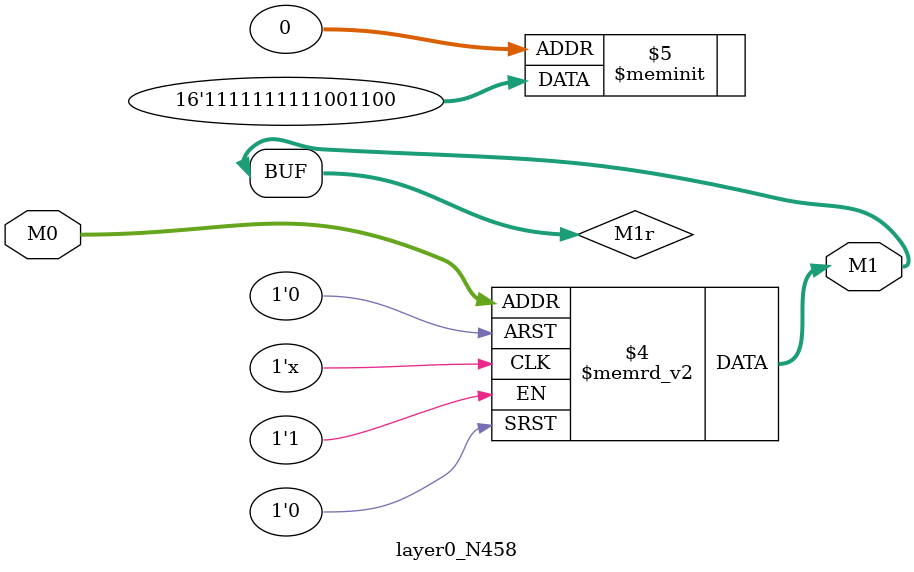
<source format=v>
module layer0_N458 ( input [2:0] M0, output [1:0] M1 );

	(*rom_style = "distributed" *) reg [1:0] M1r;
	assign M1 = M1r;
	always @ (M0) begin
		case (M0)
			3'b000: M1r = 2'b00;
			3'b100: M1r = 2'b11;
			3'b010: M1r = 2'b00;
			3'b110: M1r = 2'b11;
			3'b001: M1r = 2'b11;
			3'b101: M1r = 2'b11;
			3'b011: M1r = 2'b11;
			3'b111: M1r = 2'b11;

		endcase
	end
endmodule

</source>
